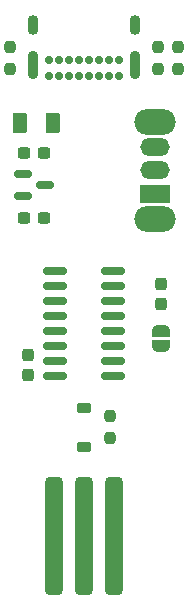
<source format=gts>
G04 #@! TF.GenerationSoftware,KiCad,Pcbnew,7.0.9-7.0.9~ubuntu22.04.1*
G04 #@! TF.CreationDate,2023-12-24T14:58:38+01:00*
G04 #@! TF.ProjectId,UPDI programmer,55504449-2070-4726-9f67-72616d6d6572,rev?*
G04 #@! TF.SameCoordinates,Original*
G04 #@! TF.FileFunction,Soldermask,Top*
G04 #@! TF.FilePolarity,Negative*
%FSLAX46Y46*%
G04 Gerber Fmt 4.6, Leading zero omitted, Abs format (unit mm)*
G04 Created by KiCad (PCBNEW 7.0.9-7.0.9~ubuntu22.04.1) date 2023-12-24 14:58:38*
%MOMM*%
%LPD*%
G01*
G04 APERTURE LIST*
G04 Aperture macros list*
%AMRoundRect*
0 Rectangle with rounded corners*
0 $1 Rounding radius*
0 $2 $3 $4 $5 $6 $7 $8 $9 X,Y pos of 4 corners*
0 Add a 4 corners polygon primitive as box body*
4,1,4,$2,$3,$4,$5,$6,$7,$8,$9,$2,$3,0*
0 Add four circle primitives for the rounded corners*
1,1,$1+$1,$2,$3*
1,1,$1+$1,$4,$5*
1,1,$1+$1,$6,$7*
1,1,$1+$1,$8,$9*
0 Add four rect primitives between the rounded corners*
20,1,$1+$1,$2,$3,$4,$5,0*
20,1,$1+$1,$4,$5,$6,$7,0*
20,1,$1+$1,$6,$7,$8,$9,0*
20,1,$1+$1,$8,$9,$2,$3,0*%
%AMFreePoly0*
4,1,19,0.500000,-0.750000,0.000000,-0.750000,0.000000,-0.744911,-0.071157,-0.744911,-0.207708,-0.704816,-0.327430,-0.627875,-0.420627,-0.520320,-0.479746,-0.390866,-0.500000,-0.250000,-0.500000,0.250000,-0.479746,0.390866,-0.420627,0.520320,-0.327430,0.627875,-0.207708,0.704816,-0.071157,0.744911,0.000000,0.744911,0.000000,0.750000,0.500000,0.750000,0.500000,-0.750000,0.500000,-0.750000,
$1*%
%AMFreePoly1*
4,1,19,0.000000,0.744911,0.071157,0.744911,0.207708,0.704816,0.327430,0.627875,0.420627,0.520320,0.479746,0.390866,0.500000,0.250000,0.500000,-0.250000,0.479746,-0.390866,0.420627,-0.520320,0.327430,-0.627875,0.207708,-0.704816,0.071157,-0.744911,0.000000,-0.744911,0.000000,-0.750000,-0.500000,-0.750000,-0.500000,0.750000,0.000000,0.750000,0.000000,0.744911,0.000000,0.744911,
$1*%
G04 Aperture macros list end*
%ADD10C,0.700000*%
%ADD11O,0.900000X2.400000*%
%ADD12O,0.900000X1.700000*%
%ADD13RoundRect,0.225000X-0.375000X0.225000X-0.375000X-0.225000X0.375000X-0.225000X0.375000X0.225000X0*%
%ADD14RoundRect,0.237500X-0.237500X0.250000X-0.237500X-0.250000X0.237500X-0.250000X0.237500X0.250000X0*%
%ADD15RoundRect,0.237500X0.237500X-0.300000X0.237500X0.300000X-0.237500X0.300000X-0.237500X-0.300000X0*%
%ADD16FreePoly0,90.000000*%
%ADD17FreePoly1,90.000000*%
%ADD18RoundRect,0.250000X0.375000X0.625000X-0.375000X0.625000X-0.375000X-0.625000X0.375000X-0.625000X0*%
%ADD19RoundRect,0.237500X0.237500X-0.250000X0.237500X0.250000X-0.237500X0.250000X-0.237500X-0.250000X0*%
%ADD20RoundRect,0.150000X-0.587500X-0.150000X0.587500X-0.150000X0.587500X0.150000X-0.587500X0.150000X0*%
%ADD21O,3.500000X2.200000*%
%ADD22R,2.500000X1.500000*%
%ADD23O,2.500000X1.500000*%
%ADD24RoundRect,0.237500X0.300000X0.237500X-0.300000X0.237500X-0.300000X-0.237500X0.300000X-0.237500X0*%
%ADD25RoundRect,0.150000X0.825000X0.150000X-0.825000X0.150000X-0.825000X-0.150000X0.825000X-0.150000X0*%
%ADD26RoundRect,0.237500X-0.300000X-0.237500X0.300000X-0.237500X0.300000X0.237500X-0.300000X0.237500X0*%
%ADD27RoundRect,0.375000X-0.375000X-4.625000X0.375000X-4.625000X0.375000X4.625000X-0.375000X4.625000X0*%
G04 APERTURE END LIST*
D10*
G04 #@! TO.C,J1*
X2975000Y43975000D03*
X2125000Y43975000D03*
X1275000Y43975000D03*
X425000Y43975000D03*
X-425000Y43975000D03*
X-1275000Y43975000D03*
X-2125000Y43975000D03*
X-2975000Y43975000D03*
X-2975000Y45325000D03*
X-2125000Y45325000D03*
X-1275000Y45325000D03*
X-425000Y45325000D03*
X425000Y45325000D03*
X1275000Y45325000D03*
X2125000Y45325000D03*
X2975000Y45325000D03*
D11*
X4325000Y44955000D03*
D12*
X4325000Y48335000D03*
D11*
X-4325000Y44955000D03*
D12*
X-4325000Y48335000D03*
G04 #@! TD*
D13*
G04 #@! TO.C,D1*
X0Y15900000D03*
X0Y12600000D03*
G04 #@! TD*
D14*
G04 #@! TO.C,R3*
X8000000Y46412500D03*
X8000000Y44587500D03*
G04 #@! TD*
D15*
G04 #@! TO.C,C4*
X-4750000Y18637500D03*
X-4750000Y20362500D03*
G04 #@! TD*
D14*
G04 #@! TO.C,R4*
X2250000Y15162500D03*
X2250000Y13337500D03*
G04 #@! TD*
G04 #@! TO.C,R1*
X-6250000Y46412500D03*
X-6250000Y44587500D03*
G04 #@! TD*
D16*
G04 #@! TO.C,JP1*
X6500000Y21100000D03*
D17*
X6500000Y22400000D03*
G04 #@! TD*
D18*
G04 #@! TO.C,F1*
X-2600000Y40000000D03*
X-5400000Y40000000D03*
G04 #@! TD*
D19*
G04 #@! TO.C,R2*
X6250000Y44587500D03*
X6250000Y46412500D03*
G04 #@! TD*
D20*
G04 #@! TO.C,U2*
X-5187500Y35700000D03*
X-5187500Y33800000D03*
X-3312500Y34750000D03*
G04 #@! TD*
D21*
G04 #@! TO.C,SW1*
X6000000Y31900000D03*
X6000000Y40100000D03*
D22*
X6000000Y34000000D03*
D23*
X6000000Y36000000D03*
X6000000Y38000000D03*
G04 #@! TD*
D24*
G04 #@! TO.C,C2*
X-3387500Y37500000D03*
X-5112500Y37500000D03*
G04 #@! TD*
D25*
G04 #@! TO.C,U1*
X2475000Y18555000D03*
X2475000Y19825000D03*
X2475000Y21095000D03*
X2475000Y22365000D03*
X2475000Y23635000D03*
X2475000Y24905000D03*
X2475000Y26175000D03*
X2475000Y27445000D03*
X-2475000Y27445000D03*
X-2475000Y26175000D03*
X-2475000Y24905000D03*
X-2475000Y23635000D03*
X-2475000Y22365000D03*
X-2475000Y21095000D03*
X-2475000Y19825000D03*
X-2475000Y18555000D03*
G04 #@! TD*
D15*
G04 #@! TO.C,C1*
X6500000Y24637500D03*
X6500000Y26362500D03*
G04 #@! TD*
D26*
G04 #@! TO.C,C3*
X-5112500Y32000000D03*
X-3387500Y32000000D03*
G04 #@! TD*
D27*
G04 #@! TO.C,J2*
X-2540000Y5000000D03*
X0Y5000000D03*
X2540000Y5000000D03*
G04 #@! TD*
M02*

</source>
